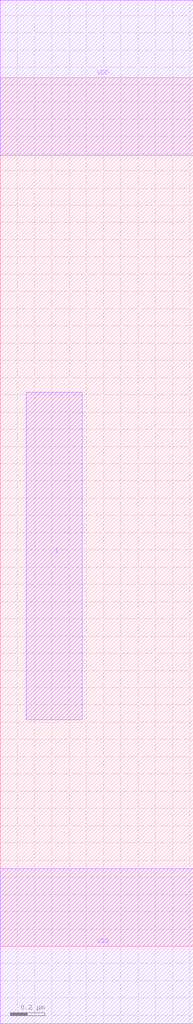
<source format=lef>
# Copyright 2022 GlobalFoundries PDK Authors
#
# Licensed under the Apache License, Version 2.0 (the "License");
# you may not use this file except in compliance with the License.
# You may obtain a copy of the License at
#
#      http://www.apache.org/licenses/LICENSE-2.0
#
# Unless required by applicable law or agreed to in writing, software
# distributed under the License is distributed on an "AS IS" BASIS,
# WITHOUT WARRANTIES OR CONDITIONS OF ANY KIND, either express or implied.
# See the License for the specific language governing permissions and
# limitations under the License.

MACRO gf180mcu_fd_sc_mcu9t5v0__antenna
  CLASS core ANTENNACELL ;
  FOREIGN gf180mcu_fd_sc_mcu9t5v0__antenna 0.0 0.0 ;
  ORIGIN 0 0 ;
  SYMMETRY X Y ;
  SITE GF018hv5v_green_sc9 ;
  SIZE 1.12 BY 5.04 ;
  PIN I
    DIRECTION INPUT ;
    ANTENNADIFFAREA 0.4068 ;
    PORT
      LAYER Metal1 ;
        POLYGON 0.15 1.315 0.475 1.315 0.475 3.215 0.15 3.215  ;
    END
  END I
  PIN VDD
    DIRECTION INOUT ;
    USE power ;
    SHAPE ABUTMENT ;
    PORT
      LAYER Metal1 ;
        POLYGON 0 4.59 1.12 4.59 1.12 5.49 0 5.49  ;
    END
  END VDD
  PIN VSS
    DIRECTION INOUT ;
    USE ground ;
    SHAPE ABUTMENT ;
    PORT
      LAYER Metal1 ;
        POLYGON 0 -0.45 1.12 -0.45 1.12 0.45 0 0.45  ;
    END
  END VSS
END gf180mcu_fd_sc_mcu9t5v0__antenna

</source>
